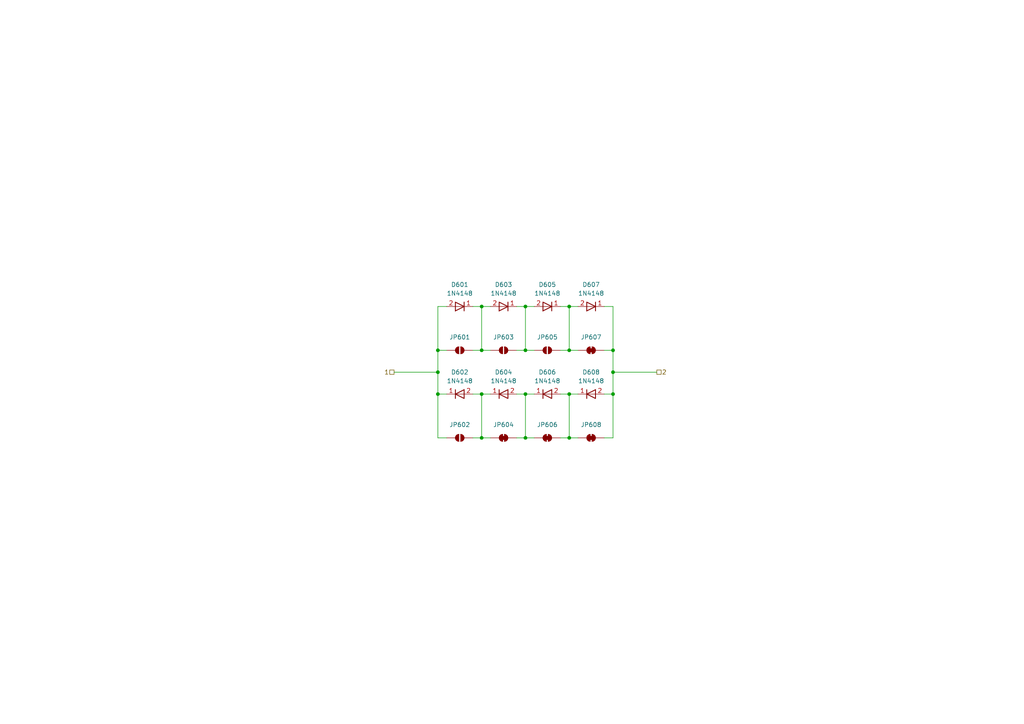
<source format=kicad_sch>
(kicad_sch
	(version 20231120)
	(generator "eeschema")
	(generator_version "8.0")
	(uuid "c7058b53-151b-41f6-b61c-adc1f85555a2")
	(paper "A4")
	(title_block
		(title "Power Supply Sink")
		(date "2024-12-07")
		(rev "0.13.4")
		(company "Open Battery Tester")
	)
	(lib_symbols
		(symbol "pss:D"
			(pin_names
				(offset 1.016) hide)
			(exclude_from_sim no)
			(in_bom yes)
			(on_board yes)
			(property "Reference" "D"
				(at 0 2.54 0)
				(effects
					(font
						(size 1.27 1.27)
					)
				)
			)
			(property "Value" "D"
				(at 0 -2.54 0)
				(effects
					(font
						(size 1.27 1.27)
					)
				)
			)
			(property "Footprint" ""
				(at 0 0 0)
				(effects
					(font
						(size 1.27 1.27)
					)
					(hide yes)
				)
			)
			(property "Datasheet" "~"
				(at 0 0 0)
				(effects
					(font
						(size 1.27 1.27)
					)
					(hide yes)
				)
			)
			(property "Description" "Diode"
				(at 0 0 0)
				(effects
					(font
						(size 1.27 1.27)
					)
					(hide yes)
				)
			)
			(property "Sim.Device" "D"
				(at 0 0 0)
				(effects
					(font
						(size 1.27 1.27)
					)
					(hide yes)
				)
			)
			(property "Sim.Pins" "1=K 2=A"
				(at 0 0 0)
				(effects
					(font
						(size 1.27 1.27)
					)
					(hide yes)
				)
			)
			(property "ki_keywords" "diode"
				(at 0 0 0)
				(effects
					(font
						(size 1.27 1.27)
					)
					(hide yes)
				)
			)
			(property "ki_fp_filters" "TO-???* *_Diode_* *SingleDiode* D_*"
				(at 0 0 0)
				(effects
					(font
						(size 1.27 1.27)
					)
					(hide yes)
				)
			)
			(symbol "D_0_1"
				(polyline
					(pts
						(xy -1.27 1.27) (xy -1.27 -1.27)
					)
					(stroke
						(width 0.254)
						(type default)
					)
					(fill
						(type none)
					)
				)
				(polyline
					(pts
						(xy 1.27 0) (xy -1.27 0)
					)
					(stroke
						(width 0)
						(type default)
					)
					(fill
						(type none)
					)
				)
				(polyline
					(pts
						(xy 1.27 1.27) (xy 1.27 -1.27) (xy -1.27 0) (xy 1.27 1.27)
					)
					(stroke
						(width 0.254)
						(type default)
					)
					(fill
						(type none)
					)
				)
			)
			(symbol "D_1_1"
				(pin passive line
					(at -3.81 0 0)
					(length 2.54)
					(name "K"
						(effects
							(font
								(size 1.27 1.27)
							)
						)
					)
					(number "1"
						(effects
							(font
								(size 1.27 1.27)
							)
						)
					)
				)
				(pin passive line
					(at 3.81 0 180)
					(length 2.54)
					(name "A"
						(effects
							(font
								(size 1.27 1.27)
							)
						)
					)
					(number "2"
						(effects
							(font
								(size 1.27 1.27)
							)
						)
					)
				)
			)
		)
		(symbol "pss:SolderJumper_2_Bridged"
			(pin_numbers hide)
			(pin_names
				(offset 0) hide)
			(exclude_from_sim yes)
			(in_bom no)
			(on_board yes)
			(property "Reference" "JP"
				(at 0 2.032 0)
				(effects
					(font
						(size 1.27 1.27)
					)
				)
			)
			(property "Value" "SolderJumper_2_Bridged"
				(at 0 -2.54 0)
				(effects
					(font
						(size 1.27 1.27)
					)
				)
			)
			(property "Footprint" ""
				(at 0 0 0)
				(effects
					(font
						(size 1.27 1.27)
					)
					(hide yes)
				)
			)
			(property "Datasheet" "~"
				(at 0 0 0)
				(effects
					(font
						(size 1.27 1.27)
					)
					(hide yes)
				)
			)
			(property "Description" "Solder Jumper, 2-pole, closed/bridged"
				(at 0 0 0)
				(effects
					(font
						(size 1.27 1.27)
					)
					(hide yes)
				)
			)
			(property "ki_keywords" "solder jumper SPST"
				(at 0 0 0)
				(effects
					(font
						(size 1.27 1.27)
					)
					(hide yes)
				)
			)
			(property "ki_fp_filters" "SolderJumper*Bridged*"
				(at 0 0 0)
				(effects
					(font
						(size 1.27 1.27)
					)
					(hide yes)
				)
			)
			(symbol "SolderJumper_2_Bridged_0_1"
				(rectangle
					(start -0.508 0.508)
					(end 0.508 -0.508)
					(stroke
						(width 0)
						(type default)
					)
					(fill
						(type outline)
					)
				)
				(arc
					(start -0.254 1.016)
					(mid -1.2656 0)
					(end -0.254 -1.016)
					(stroke
						(width 0)
						(type default)
					)
					(fill
						(type none)
					)
				)
				(arc
					(start -0.254 1.016)
					(mid -1.2656 0)
					(end -0.254 -1.016)
					(stroke
						(width 0)
						(type default)
					)
					(fill
						(type outline)
					)
				)
				(polyline
					(pts
						(xy -0.254 1.016) (xy -0.254 -1.016)
					)
					(stroke
						(width 0)
						(type default)
					)
					(fill
						(type none)
					)
				)
				(polyline
					(pts
						(xy 0.254 1.016) (xy 0.254 -1.016)
					)
					(stroke
						(width 0)
						(type default)
					)
					(fill
						(type none)
					)
				)
				(arc
					(start 0.254 -1.016)
					(mid 1.2656 0)
					(end 0.254 1.016)
					(stroke
						(width 0)
						(type default)
					)
					(fill
						(type none)
					)
				)
				(arc
					(start 0.254 -1.016)
					(mid 1.2656 0)
					(end 0.254 1.016)
					(stroke
						(width 0)
						(type default)
					)
					(fill
						(type outline)
					)
				)
			)
			(symbol "SolderJumper_2_Bridged_1_1"
				(pin passive line
					(at -3.81 0 0)
					(length 2.54)
					(name "A"
						(effects
							(font
								(size 1.27 1.27)
							)
						)
					)
					(number "1"
						(effects
							(font
								(size 1.27 1.27)
							)
						)
					)
				)
				(pin passive line
					(at 3.81 0 180)
					(length 2.54)
					(name "B"
						(effects
							(font
								(size 1.27 1.27)
							)
						)
					)
					(number "2"
						(effects
							(font
								(size 1.27 1.27)
							)
						)
					)
				)
			)
		)
		(symbol "pss:SolderJumper_2_Open"
			(pin_numbers hide)
			(pin_names
				(offset 0) hide)
			(exclude_from_sim yes)
			(in_bom no)
			(on_board yes)
			(property "Reference" "JP"
				(at 0 2.032 0)
				(effects
					(font
						(size 1.27 1.27)
					)
				)
			)
			(property "Value" "SolderJumper_2_Open"
				(at 0 -2.54 0)
				(effects
					(font
						(size 1.27 1.27)
					)
				)
			)
			(property "Footprint" ""
				(at 0 0 0)
				(effects
					(font
						(size 1.27 1.27)
					)
					(hide yes)
				)
			)
			(property "Datasheet" "~"
				(at 0 0 0)
				(effects
					(font
						(size 1.27 1.27)
					)
					(hide yes)
				)
			)
			(property "Description" "Solder Jumper, 2-pole, open"
				(at 0 0 0)
				(effects
					(font
						(size 1.27 1.27)
					)
					(hide yes)
				)
			)
			(property "ki_keywords" "solder jumper SPST"
				(at 0 0 0)
				(effects
					(font
						(size 1.27 1.27)
					)
					(hide yes)
				)
			)
			(property "ki_fp_filters" "SolderJumper*Open*"
				(at 0 0 0)
				(effects
					(font
						(size 1.27 1.27)
					)
					(hide yes)
				)
			)
			(symbol "SolderJumper_2_Open_0_1"
				(arc
					(start -0.254 1.016)
					(mid -1.2656 0)
					(end -0.254 -1.016)
					(stroke
						(width 0)
						(type default)
					)
					(fill
						(type none)
					)
				)
				(arc
					(start -0.254 1.016)
					(mid -1.2656 0)
					(end -0.254 -1.016)
					(stroke
						(width 0)
						(type default)
					)
					(fill
						(type outline)
					)
				)
				(polyline
					(pts
						(xy -0.254 1.016) (xy -0.254 -1.016)
					)
					(stroke
						(width 0)
						(type default)
					)
					(fill
						(type none)
					)
				)
				(polyline
					(pts
						(xy 0.254 1.016) (xy 0.254 -1.016)
					)
					(stroke
						(width 0)
						(type default)
					)
					(fill
						(type none)
					)
				)
				(arc
					(start 0.254 -1.016)
					(mid 1.2656 0)
					(end 0.254 1.016)
					(stroke
						(width 0)
						(type default)
					)
					(fill
						(type none)
					)
				)
				(arc
					(start 0.254 -1.016)
					(mid 1.2656 0)
					(end 0.254 1.016)
					(stroke
						(width 0)
						(type default)
					)
					(fill
						(type outline)
					)
				)
			)
			(symbol "SolderJumper_2_Open_1_1"
				(pin passive line
					(at -3.81 0 0)
					(length 2.54)
					(name "A"
						(effects
							(font
								(size 1.27 1.27)
							)
						)
					)
					(number "1"
						(effects
							(font
								(size 1.27 1.27)
							)
						)
					)
				)
				(pin passive line
					(at 3.81 0 180)
					(length 2.54)
					(name "B"
						(effects
							(font
								(size 1.27 1.27)
							)
						)
					)
					(number "2"
						(effects
							(font
								(size 1.27 1.27)
							)
						)
					)
				)
			)
		)
	)
	(junction
		(at 177.8 107.95)
		(diameter 0)
		(color 0 0 0 0)
		(uuid "188b7299-d1fa-4999-adf2-c2627e3e541c")
	)
	(junction
		(at 139.7 127)
		(diameter 0)
		(color 0 0 0 0)
		(uuid "1ea710f2-85f8-4e1c-b770-3451cf1f765e")
	)
	(junction
		(at 165.1 127)
		(diameter 0)
		(color 0 0 0 0)
		(uuid "31eb1b9f-7a87-4b91-bf4f-17d77ae7f103")
	)
	(junction
		(at 139.7 101.6)
		(diameter 0)
		(color 0 0 0 0)
		(uuid "40641a23-751d-4bb8-ab55-60bb5005ef62")
	)
	(junction
		(at 127 114.3)
		(diameter 0)
		(color 0 0 0 0)
		(uuid "4c989f59-de41-42ef-9bf8-8b43371da540")
	)
	(junction
		(at 152.4 88.9)
		(diameter 0)
		(color 0 0 0 0)
		(uuid "6197dee2-d892-4ef5-9666-ca6bbf10b5ee")
	)
	(junction
		(at 177.8 101.6)
		(diameter 0)
		(color 0 0 0 0)
		(uuid "6d1458ed-d68c-402f-b586-e1faef2bf6ae")
	)
	(junction
		(at 165.1 114.3)
		(diameter 0)
		(color 0 0 0 0)
		(uuid "76295291-3f62-488d-bde2-e7f808080680")
	)
	(junction
		(at 127 107.95)
		(diameter 0)
		(color 0 0 0 0)
		(uuid "79ae17d6-6018-40df-a264-15804d596827")
	)
	(junction
		(at 152.4 127)
		(diameter 0)
		(color 0 0 0 0)
		(uuid "7df8ec89-3310-4c30-a2fa-369937decf1c")
	)
	(junction
		(at 139.7 114.3)
		(diameter 0)
		(color 0 0 0 0)
		(uuid "a696c737-b1aa-41a1-a936-f3bddd4cc8c1")
	)
	(junction
		(at 165.1 101.6)
		(diameter 0)
		(color 0 0 0 0)
		(uuid "bdacc6de-f207-43f3-8a29-83406f5751c9")
	)
	(junction
		(at 152.4 114.3)
		(diameter 0)
		(color 0 0 0 0)
		(uuid "ddf408dd-f211-4307-8b5a-433918af7784")
	)
	(junction
		(at 165.1 88.9)
		(diameter 0)
		(color 0 0 0 0)
		(uuid "e0a63e32-8ebb-4604-b075-34d146acd1bf")
	)
	(junction
		(at 139.7 88.9)
		(diameter 0)
		(color 0 0 0 0)
		(uuid "e3a5c368-442e-40d3-9b99-290dbcde41da")
	)
	(junction
		(at 177.8 114.3)
		(diameter 0)
		(color 0 0 0 0)
		(uuid "efbd27cd-8b13-4130-a589-5617850958c3")
	)
	(junction
		(at 152.4 101.6)
		(diameter 0)
		(color 0 0 0 0)
		(uuid "f2e65d79-1147-41c6-b74c-dfccc1d158d8")
	)
	(junction
		(at 127 101.6)
		(diameter 0)
		(color 0 0 0 0)
		(uuid "f4934266-78d9-451b-80ae-c43d4195e2b4")
	)
	(wire
		(pts
			(xy 152.4 127) (xy 154.94 127)
		)
		(stroke
			(width 0)
			(type default)
		)
		(uuid "01a7c1a5-29c5-4e27-8f48-798cec1de743")
	)
	(wire
		(pts
			(xy 149.86 88.9) (xy 152.4 88.9)
		)
		(stroke
			(width 0)
			(type default)
		)
		(uuid "08042f45-a5e0-4438-a074-2546cfc37767")
	)
	(wire
		(pts
			(xy 137.16 127) (xy 139.7 127)
		)
		(stroke
			(width 0)
			(type default)
		)
		(uuid "18213626-3a2a-4783-a548-4be22030d3ef")
	)
	(wire
		(pts
			(xy 114.3 107.95) (xy 127 107.95)
		)
		(stroke
			(width 0)
			(type default)
		)
		(uuid "1b147839-b0f8-408c-bf16-1af744da9437")
	)
	(wire
		(pts
			(xy 137.16 88.9) (xy 139.7 88.9)
		)
		(stroke
			(width 0)
			(type default)
		)
		(uuid "1b9954d3-3577-4364-94db-fa173fe9624c")
	)
	(wire
		(pts
			(xy 139.7 114.3) (xy 139.7 127)
		)
		(stroke
			(width 0)
			(type default)
		)
		(uuid "1ce2aee9-c6bc-42dc-8f01-447b26c4a722")
	)
	(wire
		(pts
			(xy 165.1 88.9) (xy 165.1 101.6)
		)
		(stroke
			(width 0)
			(type default)
		)
		(uuid "2af679ce-5ffc-4af3-835f-1a1df07caa0e")
	)
	(wire
		(pts
			(xy 165.1 88.9) (xy 167.64 88.9)
		)
		(stroke
			(width 0)
			(type default)
		)
		(uuid "3550de00-d61c-40bf-967b-42c16b521391")
	)
	(wire
		(pts
			(xy 139.7 114.3) (xy 137.16 114.3)
		)
		(stroke
			(width 0)
			(type default)
		)
		(uuid "3570f1ca-dc21-418a-9742-e5d765e1f32f")
	)
	(wire
		(pts
			(xy 165.1 114.3) (xy 162.56 114.3)
		)
		(stroke
			(width 0)
			(type default)
		)
		(uuid "361716c3-4dde-49c9-a947-4a58551bec37")
	)
	(wire
		(pts
			(xy 142.24 114.3) (xy 139.7 114.3)
		)
		(stroke
			(width 0)
			(type default)
		)
		(uuid "374556c1-2c22-4881-a4b5-593cb3ed55ea")
	)
	(wire
		(pts
			(xy 149.86 127) (xy 152.4 127)
		)
		(stroke
			(width 0)
			(type default)
		)
		(uuid "37b1d91f-ed84-4e53-80e9-86ee2ef24bf2")
	)
	(wire
		(pts
			(xy 177.8 114.3) (xy 177.8 127)
		)
		(stroke
			(width 0)
			(type default)
		)
		(uuid "38261898-8ba3-4e4b-8682-e4c4aee96528")
	)
	(wire
		(pts
			(xy 127 88.9) (xy 129.54 88.9)
		)
		(stroke
			(width 0)
			(type default)
		)
		(uuid "3d434b8c-1201-484c-b047-7c817ceccd69")
	)
	(wire
		(pts
			(xy 127 114.3) (xy 129.54 114.3)
		)
		(stroke
			(width 0)
			(type default)
		)
		(uuid "3f7ef58a-ff72-4001-87c2-5e5d86dac425")
	)
	(wire
		(pts
			(xy 152.4 101.6) (xy 154.94 101.6)
		)
		(stroke
			(width 0)
			(type default)
		)
		(uuid "4b0a3026-623f-4410-8c78-7b22b223e66a")
	)
	(wire
		(pts
			(xy 127 107.95) (xy 127 101.6)
		)
		(stroke
			(width 0)
			(type default)
		)
		(uuid "52c28a9f-b606-4dbf-ab66-27ccb76f95d1")
	)
	(wire
		(pts
			(xy 177.8 107.95) (xy 177.8 114.3)
		)
		(stroke
			(width 0)
			(type default)
		)
		(uuid "557952b9-7872-4184-bbea-0f85c52d6dff")
	)
	(wire
		(pts
			(xy 139.7 88.9) (xy 142.24 88.9)
		)
		(stroke
			(width 0)
			(type default)
		)
		(uuid "5873aef9-efa5-4bf3-a411-b6a56e46c205")
	)
	(wire
		(pts
			(xy 162.56 101.6) (xy 165.1 101.6)
		)
		(stroke
			(width 0)
			(type default)
		)
		(uuid "5e2dcf7a-b1d4-4947-9050-fbca3290c201")
	)
	(wire
		(pts
			(xy 127 114.3) (xy 127 127)
		)
		(stroke
			(width 0)
			(type default)
		)
		(uuid "5ef29323-305e-4636-b7ff-ef607991461f")
	)
	(wire
		(pts
			(xy 165.1 127) (xy 167.64 127)
		)
		(stroke
			(width 0)
			(type default)
		)
		(uuid "5fe75c4d-1574-4cc0-8ae2-d0bc44d09c7f")
	)
	(wire
		(pts
			(xy 175.26 114.3) (xy 177.8 114.3)
		)
		(stroke
			(width 0)
			(type default)
		)
		(uuid "69b1c9f4-c989-46ca-9c83-d9666aeb0e54")
	)
	(wire
		(pts
			(xy 175.26 101.6) (xy 177.8 101.6)
		)
		(stroke
			(width 0)
			(type default)
		)
		(uuid "6a556aef-c125-4a68-8c76-3f479e506f26")
	)
	(wire
		(pts
			(xy 139.7 88.9) (xy 139.7 101.6)
		)
		(stroke
			(width 0)
			(type default)
		)
		(uuid "6e32b754-6f72-4df0-8a71-81ea8fb041f6")
	)
	(wire
		(pts
			(xy 175.26 127) (xy 177.8 127)
		)
		(stroke
			(width 0)
			(type default)
		)
		(uuid "6fe1aeff-7705-48f0-b930-592e67ddcc8a")
	)
	(wire
		(pts
			(xy 152.4 114.3) (xy 154.94 114.3)
		)
		(stroke
			(width 0)
			(type default)
		)
		(uuid "73205a69-1f80-4604-a17e-1bb7aa6bf3d0")
	)
	(wire
		(pts
			(xy 152.4 88.9) (xy 152.4 101.6)
		)
		(stroke
			(width 0)
			(type default)
		)
		(uuid "7ae0d5d3-b9a1-4e0a-94e9-c9bc2c54a654")
	)
	(wire
		(pts
			(xy 127 127) (xy 129.54 127)
		)
		(stroke
			(width 0)
			(type default)
		)
		(uuid "7b5619de-be80-42a8-95c5-0a7667a2bed0")
	)
	(wire
		(pts
			(xy 152.4 114.3) (xy 152.4 127)
		)
		(stroke
			(width 0)
			(type default)
		)
		(uuid "7d43e6cb-6823-46cf-bc1f-ee4c2d0d0171")
	)
	(wire
		(pts
			(xy 162.56 88.9) (xy 165.1 88.9)
		)
		(stroke
			(width 0)
			(type default)
		)
		(uuid "80149468-ed3b-4509-9f57-f7bc5eaba75c")
	)
	(wire
		(pts
			(xy 149.86 114.3) (xy 152.4 114.3)
		)
		(stroke
			(width 0)
			(type default)
		)
		(uuid "8fa268c5-c5a0-4ca0-8f2a-0d1a9b5d69da")
	)
	(wire
		(pts
			(xy 142.24 127) (xy 139.7 127)
		)
		(stroke
			(width 0)
			(type default)
		)
		(uuid "9b716e28-7371-4653-999c-36618b3f91e9")
	)
	(wire
		(pts
			(xy 167.64 114.3) (xy 165.1 114.3)
		)
		(stroke
			(width 0)
			(type default)
		)
		(uuid "a753e832-376b-4c4c-a465-686d4f920de7")
	)
	(wire
		(pts
			(xy 152.4 88.9) (xy 154.94 88.9)
		)
		(stroke
			(width 0)
			(type default)
		)
		(uuid "b11ef4bf-f1fa-441b-848e-2b8d3c366017")
	)
	(wire
		(pts
			(xy 177.8 88.9) (xy 177.8 101.6)
		)
		(stroke
			(width 0)
			(type default)
		)
		(uuid "b24617a6-25ce-4247-aa8f-43a06248c113")
	)
	(wire
		(pts
			(xy 165.1 101.6) (xy 167.64 101.6)
		)
		(stroke
			(width 0)
			(type default)
		)
		(uuid "b5d1fdf7-a5b6-4017-904f-280a8ed65d75")
	)
	(wire
		(pts
			(xy 177.8 101.6) (xy 177.8 107.95)
		)
		(stroke
			(width 0)
			(type default)
		)
		(uuid "ba367cb0-3b18-4d0e-9a31-224ea0ffe1d9")
	)
	(wire
		(pts
			(xy 127 101.6) (xy 129.54 101.6)
		)
		(stroke
			(width 0)
			(type default)
		)
		(uuid "bdc34d7c-7f9c-42d6-b2c0-5399b546398b")
	)
	(wire
		(pts
			(xy 175.26 88.9) (xy 177.8 88.9)
		)
		(stroke
			(width 0)
			(type default)
		)
		(uuid "d82383ab-17d8-4714-9777-80ea467ccb0b")
	)
	(wire
		(pts
			(xy 177.8 107.95) (xy 190.5 107.95)
		)
		(stroke
			(width 0)
			(type default)
		)
		(uuid "da4ba740-58a0-4f79-80eb-2d1ff2d923cc")
	)
	(wire
		(pts
			(xy 127 101.6) (xy 127 88.9)
		)
		(stroke
			(width 0)
			(type default)
		)
		(uuid "e2055994-4686-4054-8822-264c8c0e2b12")
	)
	(wire
		(pts
			(xy 165.1 114.3) (xy 165.1 127)
		)
		(stroke
			(width 0)
			(type default)
		)
		(uuid "e4f31253-7db6-43e9-b026-08e4f3409d9b")
	)
	(wire
		(pts
			(xy 139.7 101.6) (xy 142.24 101.6)
		)
		(stroke
			(width 0)
			(type default)
		)
		(uuid "ebb4c0de-dd30-4c4f-b47f-efc654488e0c")
	)
	(wire
		(pts
			(xy 137.16 101.6) (xy 139.7 101.6)
		)
		(stroke
			(width 0)
			(type default)
		)
		(uuid "ecd1b1b6-a127-48aa-8360-9cc29ab31945")
	)
	(wire
		(pts
			(xy 162.56 127) (xy 165.1 127)
		)
		(stroke
			(width 0)
			(type default)
		)
		(uuid "f47950ce-927f-4b13-9a5f-1cb7dd796216")
	)
	(wire
		(pts
			(xy 149.86 101.6) (xy 152.4 101.6)
		)
		(stroke
			(width 0)
			(type default)
		)
		(uuid "f745cc5b-d024-47c6-be01-2a0bf82470ef")
	)
	(wire
		(pts
			(xy 127 114.3) (xy 127 107.95)
		)
		(stroke
			(width 0)
			(type default)
		)
		(uuid "fa01ece4-a250-4fe3-aee5-c7c504d4be02")
	)
	(hierarchical_label "2"
		(shape passive)
		(at 190.5 107.95 0)
		(fields_autoplaced yes)
		(effects
			(font
				(size 1.27 1.27)
			)
			(justify left)
		)
		(uuid "0a072052-dc21-4226-8db2-560a74b123ef")
	)
	(hierarchical_label "1"
		(shape passive)
		(at 114.3 107.95 180)
		(fields_autoplaced yes)
		(effects
			(font
				(size 1.27 1.27)
			)
			(justify right)
		)
		(uuid "961780a3-f162-4320-baf1-b05996f5f43b")
	)
	(symbol
		(lib_id "pss:SolderJumper_2_Bridged")
		(at 171.45 101.6 0)
		(unit 1)
		(exclude_from_sim yes)
		(in_bom no)
		(on_board yes)
		(dnp no)
		(uuid "1c4e01b7-9033-49b1-b2fb-0c47ba2dcbd1")
		(property "Reference" "JP607"
			(at 171.45 97.79 0)
			(effects
				(font
					(size 1.27 1.27)
				)
			)
		)
		(property "Value" "SolderJumper_2_Bridged"
			(at 109.22 96.52 0)
			(effects
				(font
					(size 1.27 1.27)
				)
				(hide yes)
			)
		)
		(property "Footprint" "pss:SolderJumper-2_P1.3mm_Bridged-Soldermask-Paste_RoundedPad1.0x1.5mm"
			(at 171.45 101.6 0)
			(effects
				(font
					(size 1.27 1.27)
				)
				(hide yes)
			)
		)
		(property "Datasheet" "~"
			(at 171.45 101.6 0)
			(effects
				(font
					(size 1.27 1.27)
				)
				(hide yes)
			)
		)
		(property "Description" "Solder Jumper, 2-pole, closed/bridged"
			(at 171.45 101.6 0)
			(effects
				(font
					(size 1.27 1.27)
				)
				(hide yes)
			)
		)
		(pin "2"
			(uuid "f0259e4c-e44f-43e1-b70e-b67e120f17ee")
		)
		(pin "1"
			(uuid "b888e940-2cb1-4298-b9ae-71fbb42515e9")
		)
		(instances
			(project "pss"
				(path "/3c438cf7-9350-4e9f-8115-1deba8984176/1611c2b5-63ec-415e-a14c-63497e80a84d/c359617c-0633-415c-bb52-bb3a3fee3c94"
					(reference "JP607")
					(unit 1)
				)
			)
		)
	)
	(symbol
		(lib_id "pss:D")
		(at 171.45 88.9 180)
		(unit 1)
		(exclude_from_sim no)
		(in_bom yes)
		(on_board yes)
		(dnp no)
		(fields_autoplaced yes)
		(uuid "280628de-a96b-4dab-b604-819d03a90873")
		(property "Reference" "D607"
			(at 171.45 82.55 0)
			(effects
				(font
					(size 1.27 1.27)
				)
			)
		)
		(property "Value" "1N4148"
			(at 171.45 85.09 0)
			(effects
				(font
					(size 1.27 1.27)
				)
			)
		)
		(property "Footprint" "pss:D_SOD-123"
			(at 171.45 88.9 0)
			(effects
				(font
					(size 1.27 1.27)
				)
				(hide yes)
			)
		)
		(property "Datasheet" "./datasheet/1N4148W-7-F.pdf"
			(at 171.45 88.9 0)
			(effects
				(font
					(size 1.27 1.27)
				)
				(hide yes)
			)
		)
		(property "Description" "Diode"
			(at 171.45 88.9 0)
			(effects
				(font
					(size 1.27 1.27)
				)
				(hide yes)
			)
		)
		(property "Sim.Device" "D"
			(at 171.45 88.9 0)
			(effects
				(font
					(size 1.27 1.27)
				)
				(hide yes)
			)
		)
		(property "Sim.Pins" "1=K 2=A"
			(at 171.45 88.9 0)
			(effects
				(font
					(size 1.27 1.27)
				)
				(hide yes)
			)
		)
		(property "MPN" "1N4148W-7-F"
			(at 171.45 88.9 0)
			(effects
				(font
					(size 1.27 1.27)
				)
				(hide yes)
			)
		)
		(property "VPN" "621-1N4148W-F"
			(at 171.45 88.9 0)
			(effects
				(font
					(size 1.27 1.27)
				)
				(hide yes)
			)
		)
		(pin "1"
			(uuid "027c9b7e-7f5e-481a-8c33-4d838888dbbb")
		)
		(pin "2"
			(uuid "5fd77141-670d-4ddb-8f5d-9fb5c6501d30")
		)
		(instances
			(project "pss"
				(path "/3c438cf7-9350-4e9f-8115-1deba8984176/1611c2b5-63ec-415e-a14c-63497e80a84d/c359617c-0633-415c-bb52-bb3a3fee3c94"
					(reference "D607")
					(unit 1)
				)
			)
		)
	)
	(symbol
		(lib_id "pss:D")
		(at 133.35 114.3 0)
		(unit 1)
		(exclude_from_sim no)
		(in_bom yes)
		(on_board yes)
		(dnp no)
		(fields_autoplaced yes)
		(uuid "412d2daf-40b6-4c21-b128-613f8e788b4c")
		(property "Reference" "D602"
			(at 133.35 107.95 0)
			(effects
				(font
					(size 1.27 1.27)
				)
			)
		)
		(property "Value" "1N4148"
			(at 133.35 110.49 0)
			(effects
				(font
					(size 1.27 1.27)
				)
			)
		)
		(property "Footprint" "pss:D_SOD-123"
			(at 133.35 114.3 0)
			(effects
				(font
					(size 1.27 1.27)
				)
				(hide yes)
			)
		)
		(property "Datasheet" "./datasheet/1N4148W-7-F.pdf"
			(at 133.35 114.3 0)
			(effects
				(font
					(size 1.27 1.27)
				)
				(hide yes)
			)
		)
		(property "Description" "Diode"
			(at 133.35 114.3 0)
			(effects
				(font
					(size 1.27 1.27)
				)
				(hide yes)
			)
		)
		(property "Sim.Device" "D"
			(at 133.35 114.3 0)
			(effects
				(font
					(size 1.27 1.27)
				)
				(hide yes)
			)
		)
		(property "Sim.Pins" "1=K 2=A"
			(at 133.35 114.3 0)
			(effects
				(font
					(size 1.27 1.27)
				)
				(hide yes)
			)
		)
		(property "MPN" "1N4148W-7-F"
			(at 133.35 114.3 0)
			(effects
				(font
					(size 1.27 1.27)
				)
				(hide yes)
			)
		)
		(property "VPN" "621-1N4148W-F"
			(at 133.35 114.3 0)
			(effects
				(font
					(size 1.27 1.27)
				)
				(hide yes)
			)
		)
		(pin "1"
			(uuid "98212daf-9b1c-488c-b2e9-30f897186f0f")
		)
		(pin "2"
			(uuid "e187950e-b393-4891-867f-2a700c825ecc")
		)
		(instances
			(project "pss"
				(path "/3c438cf7-9350-4e9f-8115-1deba8984176/1611c2b5-63ec-415e-a14c-63497e80a84d/c359617c-0633-415c-bb52-bb3a3fee3c94"
					(reference "D602")
					(unit 1)
				)
			)
		)
	)
	(symbol
		(lib_id "pss:D")
		(at 133.35 88.9 180)
		(unit 1)
		(exclude_from_sim no)
		(in_bom yes)
		(on_board yes)
		(dnp no)
		(fields_autoplaced yes)
		(uuid "42178ea2-0acc-4fd1-b930-27dd0db68f50")
		(property "Reference" "D601"
			(at 133.35 82.55 0)
			(effects
				(font
					(size 1.27 1.27)
				)
			)
		)
		(property "Value" "1N4148"
			(at 133.35 85.09 0)
			(effects
				(font
					(size 1.27 1.27)
				)
			)
		)
		(property "Footprint" "pss:D_SOD-123"
			(at 133.35 88.9 0)
			(effects
				(font
					(size 1.27 1.27)
				)
				(hide yes)
			)
		)
		(property "Datasheet" "./datasheet/1N4148W-7-F.pdf"
			(at 133.35 88.9 0)
			(effects
				(font
					(size 1.27 1.27)
				)
				(hide yes)
			)
		)
		(property "Description" "Diode"
			(at 133.35 88.9 0)
			(effects
				(font
					(size 1.27 1.27)
				)
				(hide yes)
			)
		)
		(property "Sim.Device" "D"
			(at 133.35 88.9 0)
			(effects
				(font
					(size 1.27 1.27)
				)
				(hide yes)
			)
		)
		(property "Sim.Pins" "1=K 2=A"
			(at 133.35 88.9 0)
			(effects
				(font
					(size 1.27 1.27)
				)
				(hide yes)
			)
		)
		(property "MPN" "1N4148W-7-F"
			(at 133.35 88.9 0)
			(effects
				(font
					(size 1.27 1.27)
				)
				(hide yes)
			)
		)
		(property "VPN" "621-1N4148W-F"
			(at 133.35 88.9 0)
			(effects
				(font
					(size 1.27 1.27)
				)
				(hide yes)
			)
		)
		(pin "1"
			(uuid "3605118c-a9e7-49f6-b8ac-953e7ad2945e")
		)
		(pin "2"
			(uuid "9941e26b-3a91-4c7d-860b-cb8817cc95ed")
		)
		(instances
			(project "pss"
				(path "/3c438cf7-9350-4e9f-8115-1deba8984176/1611c2b5-63ec-415e-a14c-63497e80a84d/c359617c-0633-415c-bb52-bb3a3fee3c94"
					(reference "D601")
					(unit 1)
				)
			)
		)
	)
	(symbol
		(lib_id "pss:D")
		(at 146.05 114.3 0)
		(unit 1)
		(exclude_from_sim no)
		(in_bom yes)
		(on_board yes)
		(dnp no)
		(fields_autoplaced yes)
		(uuid "4d2fb961-86db-4557-8270-f72ad7196997")
		(property "Reference" "D604"
			(at 146.05 107.95 0)
			(effects
				(font
					(size 1.27 1.27)
				)
			)
		)
		(property "Value" "1N4148"
			(at 146.05 110.49 0)
			(effects
				(font
					(size 1.27 1.27)
				)
			)
		)
		(property "Footprint" "pss:D_SOD-123"
			(at 146.05 114.3 0)
			(effects
				(font
					(size 1.27 1.27)
				)
				(hide yes)
			)
		)
		(property "Datasheet" "./datasheet/1N4148W-7-F.pdf"
			(at 146.05 114.3 0)
			(effects
				(font
					(size 1.27 1.27)
				)
				(hide yes)
			)
		)
		(property "Description" "Diode"
			(at 146.05 114.3 0)
			(effects
				(font
					(size 1.27 1.27)
				)
				(hide yes)
			)
		)
		(property "Sim.Device" "D"
			(at 146.05 114.3 0)
			(effects
				(font
					(size 1.27 1.27)
				)
				(hide yes)
			)
		)
		(property "Sim.Pins" "1=K 2=A"
			(at 146.05 114.3 0)
			(effects
				(font
					(size 1.27 1.27)
				)
				(hide yes)
			)
		)
		(property "MPN" "1N4148W-7-F"
			(at 146.05 114.3 0)
			(effects
				(font
					(size 1.27 1.27)
				)
				(hide yes)
			)
		)
		(property "VPN" "621-1N4148W-F"
			(at 146.05 114.3 0)
			(effects
				(font
					(size 1.27 1.27)
				)
				(hide yes)
			)
		)
		(pin "1"
			(uuid "cf06256c-1119-4982-b12e-f47b87daf080")
		)
		(pin "2"
			(uuid "8f1529c4-adc8-4e1e-b1b4-9e3b50169c5a")
		)
		(instances
			(project "pss"
				(path "/3c438cf7-9350-4e9f-8115-1deba8984176/1611c2b5-63ec-415e-a14c-63497e80a84d/c359617c-0633-415c-bb52-bb3a3fee3c94"
					(reference "D604")
					(unit 1)
				)
			)
		)
	)
	(symbol
		(lib_id "pss:SolderJumper_2_Open")
		(at 146.05 101.6 0)
		(unit 1)
		(exclude_from_sim yes)
		(in_bom no)
		(on_board yes)
		(dnp no)
		(uuid "5bda5132-3272-4676-812f-7091b8bc4417")
		(property "Reference" "JP603"
			(at 146.05 97.79 0)
			(effects
				(font
					(size 1.27 1.27)
				)
			)
		)
		(property "Value" "SolderJumper_2_Open"
			(at 107.95 91.44 0)
			(effects
				(font
					(size 1.27 1.27)
				)
				(hide yes)
			)
		)
		(property "Footprint" "pss:SolderJumper-2_P1.3mm_Open_RoundedPad1.0x1.5mm"
			(at 146.05 101.6 0)
			(effects
				(font
					(size 1.27 1.27)
				)
				(hide yes)
			)
		)
		(property "Datasheet" "~"
			(at 146.05 101.6 0)
			(effects
				(font
					(size 1.27 1.27)
				)
				(hide yes)
			)
		)
		(property "Description" "Solder Jumper, 2-pole, open"
			(at 146.05 101.6 0)
			(effects
				(font
					(size 1.27 1.27)
				)
				(hide yes)
			)
		)
		(pin "1"
			(uuid "12231753-feb4-4c74-82ea-d5fa5bbd2941")
		)
		(pin "2"
			(uuid "56b57a4f-750d-4166-8ba7-44ff538931fa")
		)
		(instances
			(project "pss"
				(path "/3c438cf7-9350-4e9f-8115-1deba8984176/1611c2b5-63ec-415e-a14c-63497e80a84d/c359617c-0633-415c-bb52-bb3a3fee3c94"
					(reference "JP603")
					(unit 1)
				)
			)
		)
	)
	(symbol
		(lib_id "pss:SolderJumper_2_Open")
		(at 133.35 127 0)
		(unit 1)
		(exclude_from_sim yes)
		(in_bom no)
		(on_board yes)
		(dnp no)
		(uuid "62014204-b6ee-4c16-9bad-d15faeda042d")
		(property "Reference" "JP602"
			(at 133.35 123.19 0)
			(effects
				(font
					(size 1.27 1.27)
				)
			)
		)
		(property "Value" "SolderJumper_2_Open"
			(at 107.95 114.3 0)
			(effects
				(font
					(size 1.27 1.27)
				)
				(hide yes)
			)
		)
		(property "Footprint" "pss:SolderJumper-2_P1.3mm_Open_RoundedPad1.0x1.5mm"
			(at 133.35 127 0)
			(effects
				(font
					(size 1.27 1.27)
				)
				(hide yes)
			)
		)
		(property "Datasheet" "~"
			(at 133.35 127 0)
			(effects
				(font
					(size 1.27 1.27)
				)
				(hide yes)
			)
		)
		(property "Description" "Solder Jumper, 2-pole, open"
			(at 133.35 127 0)
			(effects
				(font
					(size 1.27 1.27)
				)
				(hide yes)
			)
		)
		(pin "1"
			(uuid "db9aada5-dc65-46b4-801e-13197b67bf2c")
		)
		(pin "2"
			(uuid "77e19989-f16b-494e-92c9-ba6da8af26f5")
		)
		(instances
			(project "pss"
				(path "/3c438cf7-9350-4e9f-8115-1deba8984176/1611c2b5-63ec-415e-a14c-63497e80a84d/c359617c-0633-415c-bb52-bb3a3fee3c94"
					(reference "JP602")
					(unit 1)
				)
			)
		)
	)
	(symbol
		(lib_id "pss:SolderJumper_2_Open")
		(at 158.75 101.6 0)
		(unit 1)
		(exclude_from_sim yes)
		(in_bom no)
		(on_board yes)
		(dnp no)
		(uuid "63c0c4ee-954c-40e7-b1bf-6ed0d6d2568b")
		(property "Reference" "JP605"
			(at 158.75 97.79 0)
			(effects
				(font
					(size 1.27 1.27)
				)
			)
		)
		(property "Value" "SolderJumper_2_Open"
			(at 107.95 93.98 0)
			(effects
				(font
					(size 1.27 1.27)
				)
				(hide yes)
			)
		)
		(property "Footprint" "pss:SolderJumper-2_P1.3mm_Open_RoundedPad1.0x1.5mm"
			(at 158.75 101.6 0)
			(effects
				(font
					(size 1.27 1.27)
				)
				(hide yes)
			)
		)
		(property "Datasheet" "~"
			(at 158.75 101.6 0)
			(effects
				(font
					(size 1.27 1.27)
				)
				(hide yes)
			)
		)
		(property "Description" "Solder Jumper, 2-pole, open"
			(at 158.75 101.6 0)
			(effects
				(font
					(size 1.27 1.27)
				)
				(hide yes)
			)
		)
		(pin "1"
			(uuid "f4988663-06ed-4ce9-88b9-cc32452964a0")
		)
		(pin "2"
			(uuid "53efbfa2-f640-4a1d-924e-d78d5e05596a")
		)
		(instances
			(project "pss"
				(path "/3c438cf7-9350-4e9f-8115-1deba8984176/1611c2b5-63ec-415e-a14c-63497e80a84d/c359617c-0633-415c-bb52-bb3a3fee3c94"
					(reference "JP605")
					(unit 1)
				)
			)
		)
	)
	(symbol
		(lib_id "pss:SolderJumper_2_Open")
		(at 133.35 101.6 0)
		(unit 1)
		(exclude_from_sim yes)
		(in_bom no)
		(on_board yes)
		(dnp no)
		(uuid "8997cf37-4d6f-42b5-a372-4006ea43e075")
		(property "Reference" "JP601"
			(at 133.35 97.79 0)
			(effects
				(font
					(size 1.27 1.27)
				)
			)
		)
		(property "Value" "SolderJumper_2_Open"
			(at 107.95 88.9 0)
			(effects
				(font
					(size 1.27 1.27)
				)
				(hide yes)
			)
		)
		(property "Footprint" "pss:SolderJumper-2_P1.3mm_Open_RoundedPad1.0x1.5mm"
			(at 133.35 101.6 0)
			(effects
				(font
					(size 1.27 1.27)
				)
				(hide yes)
			)
		)
		(property "Datasheet" "~"
			(at 133.35 101.6 0)
			(effects
				(font
					(size 1.27 1.27)
				)
				(hide yes)
			)
		)
		(property "Description" "Solder Jumper, 2-pole, open"
			(at 133.35 101.6 0)
			(effects
				(font
					(size 1.27 1.27)
				)
				(hide yes)
			)
		)
		(pin "1"
			(uuid "95f9c20b-aae6-4bd9-9ad6-ea2a74e1d3db")
		)
		(pin "2"
			(uuid "8e4093c5-97ec-4dbb-9c7a-3521504d03ce")
		)
		(instances
			(project "pss"
				(path "/3c438cf7-9350-4e9f-8115-1deba8984176/1611c2b5-63ec-415e-a14c-63497e80a84d/c359617c-0633-415c-bb52-bb3a3fee3c94"
					(reference "JP601")
					(unit 1)
				)
			)
		)
	)
	(symbol
		(lib_id "pss:D")
		(at 158.75 114.3 0)
		(unit 1)
		(exclude_from_sim no)
		(in_bom yes)
		(on_board yes)
		(dnp no)
		(fields_autoplaced yes)
		(uuid "900a41bc-f6c6-4c0f-a60f-aa2381033e71")
		(property "Reference" "D606"
			(at 158.75 107.95 0)
			(effects
				(font
					(size 1.27 1.27)
				)
			)
		)
		(property "Value" "1N4148"
			(at 158.75 110.49 0)
			(effects
				(font
					(size 1.27 1.27)
				)
			)
		)
		(property "Footprint" "pss:D_SOD-123"
			(at 158.75 114.3 0)
			(effects
				(font
					(size 1.27 1.27)
				)
				(hide yes)
			)
		)
		(property "Datasheet" "./datasheet/1N4148W-7-F.pdf"
			(at 158.75 114.3 0)
			(effects
				(font
					(size 1.27 1.27)
				)
				(hide yes)
			)
		)
		(property "Description" "Diode"
			(at 158.75 114.3 0)
			(effects
				(font
					(size 1.27 1.27)
				)
				(hide yes)
			)
		)
		(property "Sim.Device" "D"
			(at 158.75 114.3 0)
			(effects
				(font
					(size 1.27 1.27)
				)
				(hide yes)
			)
		)
		(property "Sim.Pins" "1=K 2=A"
			(at 158.75 114.3 0)
			(effects
				(font
					(size 1.27 1.27)
				)
				(hide yes)
			)
		)
		(property "MPN" "1N4148W-7-F"
			(at 158.75 114.3 0)
			(effects
				(font
					(size 1.27 1.27)
				)
				(hide yes)
			)
		)
		(property "VPN" "621-1N4148W-F"
			(at 158.75 114.3 0)
			(effects
				(font
					(size 1.27 1.27)
				)
				(hide yes)
			)
		)
		(pin "1"
			(uuid "f7b1e186-a341-41f3-a291-7e8c0c0b6b42")
		)
		(pin "2"
			(uuid "f46f6992-973b-4ff3-bcbd-ae8b6dc02551")
		)
		(instances
			(project "pss"
				(path "/3c438cf7-9350-4e9f-8115-1deba8984176/1611c2b5-63ec-415e-a14c-63497e80a84d/c359617c-0633-415c-bb52-bb3a3fee3c94"
					(reference "D606")
					(unit 1)
				)
			)
		)
	)
	(symbol
		(lib_id "pss:D")
		(at 171.45 114.3 0)
		(unit 1)
		(exclude_from_sim no)
		(in_bom yes)
		(on_board yes)
		(dnp no)
		(fields_autoplaced yes)
		(uuid "9a5e15a7-eec2-42c7-83ce-3ab39f5c6c58")
		(property "Reference" "D608"
			(at 171.45 107.95 0)
			(effects
				(font
					(size 1.27 1.27)
				)
			)
		)
		(property "Value" "1N4148"
			(at 171.45 110.49 0)
			(effects
				(font
					(size 1.27 1.27)
				)
			)
		)
		(property "Footprint" "pss:D_SOD-123"
			(at 171.45 114.3 0)
			(effects
				(font
					(size 1.27 1.27)
				)
				(hide yes)
			)
		)
		(property "Datasheet" "./datasheet/1N4148W-7-F.pdf"
			(at 171.45 114.3 0)
			(effects
				(font
					(size 1.27 1.27)
				)
				(hide yes)
			)
		)
		(property "Description" "Diode"
			(at 171.45 114.3 0)
			(effects
				(font
					(size 1.27 1.27)
				)
				(hide yes)
			)
		)
		(property "Sim.Device" "D"
			(at 171.45 114.3 0)
			(effects
				(font
					(size 1.27 1.27)
				)
				(hide yes)
			)
		)
		(property "Sim.Pins" "1=K 2=A"
			(at 171.45 114.3 0)
			(effects
				(font
					(size 1.27 1.27)
				)
				(hide yes)
			)
		)
		(property "MPN" "1N4148W-7-F"
			(at 171.45 114.3 0)
			(effects
				(font
					(size 1.27 1.27)
				)
				(hide yes)
			)
		)
		(property "VPN" "621-1N4148W-F"
			(at 171.45 114.3 0)
			(effects
				(font
					(size 1.27 1.27)
				)
				(hide yes)
			)
		)
		(pin "1"
			(uuid "8dcf1001-b25a-4176-8433-c738280968eb")
		)
		(pin "2"
			(uuid "32e1c05b-2940-4fab-87e2-284eddb4d57a")
		)
		(instances
			(project "pss"
				(path "/3c438cf7-9350-4e9f-8115-1deba8984176/1611c2b5-63ec-415e-a14c-63497e80a84d/c359617c-0633-415c-bb52-bb3a3fee3c94"
					(reference "D608")
					(unit 1)
				)
			)
		)
	)
	(symbol
		(lib_id "pss:SolderJumper_2_Bridged")
		(at 158.75 127 0)
		(unit 1)
		(exclude_from_sim yes)
		(in_bom no)
		(on_board yes)
		(dnp no)
		(uuid "9f2f9b0c-3c02-4162-9041-24969efc5369")
		(property "Reference" "JP606"
			(at 158.75 123.19 0)
			(effects
				(font
					(size 1.27 1.27)
				)
			)
		)
		(property "Value" "SolderJumper_2_Bridged"
			(at 109.22 119.38 0)
			(effects
				(font
					(size 1.27 1.27)
				)
				(hide yes)
			)
		)
		(property "Footprint" "pss:SolderJumper-2_P1.3mm_Bridged-Soldermask-Paste_RoundedPad1.0x1.5mm"
			(at 158.75 127 0)
			(effects
				(font
					(size 1.27 1.27)
				)
				(hide yes)
			)
		)
		(property "Datasheet" "~"
			(at 158.75 127 0)
			(effects
				(font
					(size 1.27 1.27)
				)
				(hide yes)
			)
		)
		(property "Description" "Solder Jumper, 2-pole, closed/bridged"
			(at 158.75 127 0)
			(effects
				(font
					(size 1.27 1.27)
				)
				(hide yes)
			)
		)
		(pin "2"
			(uuid "1410ac29-5f48-4dc7-81de-6ae7964a3b98")
		)
		(pin "1"
			(uuid "ffe0c9c5-6221-4b61-b90c-24a26ea89412")
		)
		(instances
			(project "pss"
				(path "/3c438cf7-9350-4e9f-8115-1deba8984176/1611c2b5-63ec-415e-a14c-63497e80a84d/c359617c-0633-415c-bb52-bb3a3fee3c94"
					(reference "JP606")
					(unit 1)
				)
			)
		)
	)
	(symbol
		(lib_id "pss:SolderJumper_2_Bridged")
		(at 146.05 127 0)
		(unit 1)
		(exclude_from_sim yes)
		(in_bom no)
		(on_board yes)
		(dnp no)
		(uuid "b57e0eb2-cf93-4260-902d-7b62de778627")
		(property "Reference" "JP604"
			(at 146.05 123.19 0)
			(effects
				(font
					(size 1.27 1.27)
				)
			)
		)
		(property "Value" "SolderJumper_2_Bridged"
			(at 109.22 116.84 0)
			(effects
				(font
					(size 1.27 1.27)
				)
				(hide yes)
			)
		)
		(property "Footprint" "pss:SolderJumper-2_P1.3mm_Bridged-Soldermask-Paste_RoundedPad1.0x1.5mm"
			(at 146.05 127 0)
			(effects
				(font
					(size 1.27 1.27)
				)
				(hide yes)
			)
		)
		(property "Datasheet" "~"
			(at 146.05 127 0)
			(effects
				(font
					(size 1.27 1.27)
				)
				(hide yes)
			)
		)
		(property "Description" "Solder Jumper, 2-pole, closed/bridged"
			(at 146.05 127 0)
			(effects
				(font
					(size 1.27 1.27)
				)
				(hide yes)
			)
		)
		(pin "2"
			(uuid "1b751057-d6b2-45d8-b814-e911dee1e329")
		)
		(pin "1"
			(uuid "c9651389-533f-4428-a17c-15f2777b27f0")
		)
		(instances
			(project "pss"
				(path "/3c438cf7-9350-4e9f-8115-1deba8984176/1611c2b5-63ec-415e-a14c-63497e80a84d/c359617c-0633-415c-bb52-bb3a3fee3c94"
					(reference "JP604")
					(unit 1)
				)
			)
		)
	)
	(symbol
		(lib_id "pss:D")
		(at 146.05 88.9 180)
		(unit 1)
		(exclude_from_sim no)
		(in_bom yes)
		(on_board yes)
		(dnp no)
		(fields_autoplaced yes)
		(uuid "bd6dbea2-e60f-47e5-a2e3-67cab14580bf")
		(property "Reference" "D603"
			(at 146.05 82.55 0)
			(effects
				(font
					(size 1.27 1.27)
				)
			)
		)
		(property "Value" "1N4148"
			(at 146.05 85.09 0)
			(effects
				(font
					(size 1.27 1.27)
				)
			)
		)
		(property "Footprint" "pss:D_SOD-123"
			(at 146.05 88.9 0)
			(effects
				(font
					(size 1.27 1.27)
				)
				(hide yes)
			)
		)
		(property "Datasheet" "./datasheet/1N4148W-7-F.pdf"
			(at 146.05 88.9 0)
			(effects
				(font
					(size 1.27 1.27)
				)
				(hide yes)
			)
		)
		(property "Description" "Diode"
			(at 146.05 88.9 0)
			(effects
				(font
					(size 1.27 1.27)
				)
				(hide yes)
			)
		)
		(property "Sim.Device" "D"
			(at 146.05 88.9 0)
			(effects
				(font
					(size 1.27 1.27)
				)
				(hide yes)
			)
		)
		(property "Sim.Pins" "1=K 2=A"
			(at 146.05 88.9 0)
			(effects
				(font
					(size 1.27 1.27)
				)
				(hide yes)
			)
		)
		(property "MPN" "1N4148W-7-F"
			(at 146.05 88.9 0)
			(effects
				(font
					(size 1.27 1.27)
				)
				(hide yes)
			)
		)
		(property "VPN" "621-1N4148W-F"
			(at 146.05 88.9 0)
			(effects
				(font
					(size 1.27 1.27)
				)
				(hide yes)
			)
		)
		(pin "1"
			(uuid "dc4375ec-9d89-4b50-a1e6-8b28dfb35d2e")
		)
		(pin "2"
			(uuid "235a841e-0118-4a16-a136-0f7e2c53c993")
		)
		(instances
			(project "pss"
				(path "/3c438cf7-9350-4e9f-8115-1deba8984176/1611c2b5-63ec-415e-a14c-63497e80a84d/c359617c-0633-415c-bb52-bb3a3fee3c94"
					(reference "D603")
					(unit 1)
				)
			)
		)
	)
	(symbol
		(lib_id "pss:SolderJumper_2_Bridged")
		(at 171.45 127 0)
		(unit 1)
		(exclude_from_sim yes)
		(in_bom no)
		(on_board yes)
		(dnp no)
		(uuid "c4a1386a-a674-40c0-85a4-a23d35ab90c3")
		(property "Reference" "JP608"
			(at 171.45 123.19 0)
			(effects
				(font
					(size 1.27 1.27)
				)
			)
		)
		(property "Value" "SolderJumper_2_Bridged"
			(at 109.22 121.92 0)
			(effects
				(font
					(size 1.27 1.27)
				)
				(hide yes)
			)
		)
		(property "Footprint" "pss:SolderJumper-2_P1.3mm_Bridged-Soldermask-Paste_RoundedPad1.0x1.5mm"
			(at 171.45 127 0)
			(effects
				(font
					(size 1.27 1.27)
				)
				(hide yes)
			)
		)
		(property "Datasheet" "~"
			(at 171.45 127 0)
			(effects
				(font
					(size 1.27 1.27)
				)
				(hide yes)
			)
		)
		(property "Description" "Solder Jumper, 2-pole, closed/bridged"
			(at 171.45 127 0)
			(effects
				(font
					(size 1.27 1.27)
				)
				(hide yes)
			)
		)
		(pin "2"
			(uuid "2a9130db-34b1-4462-864b-8c01442cfeab")
		)
		(pin "1"
			(uuid "0ddcc9fe-4587-4229-b257-5a054dfcfc3e")
		)
		(instances
			(project "pss"
				(path "/3c438cf7-9350-4e9f-8115-1deba8984176/1611c2b5-63ec-415e-a14c-63497e80a84d/c359617c-0633-415c-bb52-bb3a3fee3c94"
					(reference "JP608")
					(unit 1)
				)
			)
		)
	)
	(symbol
		(lib_id "pss:D")
		(at 158.75 88.9 180)
		(unit 1)
		(exclude_from_sim no)
		(in_bom yes)
		(on_board yes)
		(dnp no)
		(fields_autoplaced yes)
		(uuid "c9109870-ea36-46cf-ae66-f7c6797a27fe")
		(property "Reference" "D605"
			(at 158.75 82.55 0)
			(effects
				(font
					(size 1.27 1.27)
				)
			)
		)
		(property "Value" "1N4148"
			(at 158.75 85.09 0)
			(effects
				(font
					(size 1.27 1.27)
				)
			)
		)
		(property "Footprint" "pss:D_SOD-123"
			(at 158.75 88.9 0)
			(effects
				(font
					(size 1.27 1.27)
				)
				(hide yes)
			)
		)
		(property "Datasheet" "./datasheet/1N4148W-7-F.pdf"
			(at 158.75 88.9 0)
			(effects
				(font
					(size 1.27 1.27)
				)
				(hide yes)
			)
		)
		(property "Description" "Diode"
			(at 158.75 88.9 0)
			(effects
				(font
					(size 1.27 1.27)
				)
				(hide yes)
			)
		)
		(property "Sim.Device" "D"
			(at 158.75 88.9 0)
			(effects
				(font
					(size 1.27 1.27)
				)
				(hide yes)
			)
		)
		(property "Sim.Pins" "1=K 2=A"
			(at 158.75 88.9 0)
			(effects
				(font
					(size 1.27 1.27)
				)
				(hide yes)
			)
		)
		(property "MPN" "1N4148W-7-F"
			(at 158.75 88.9 0)
			(effects
				(font
					(size 1.27 1.27)
				)
				(hide yes)
			)
		)
		(property "VPN" "621-1N4148W-F"
			(at 158.75 88.9 0)
			(effects
				(font
					(size 1.27 1.27)
				)
				(hide yes)
			)
		)
		(pin "1"
			(uuid "6ea30551-a40f-4e8d-a0b4-b1691e9d453e")
		)
		(pin "2"
			(uuid "9acab042-d5b6-4c48-9354-1dd65654a628")
		)
		(instances
			(project "pss"
				(path "/3c438cf7-9350-4e9f-8115-1deba8984176/1611c2b5-63ec-415e-a14c-63497e80a84d/c359617c-0633-415c-bb52-bb3a3fee3c94"
					(reference "D605")
					(unit 1)
				)
			)
		)
	)
)

</source>
